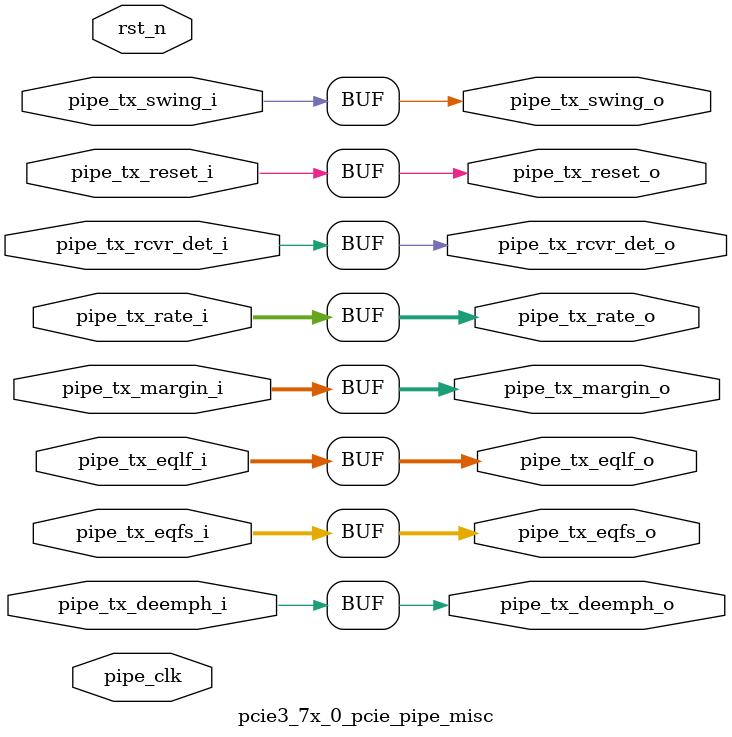
<source format=v>

`timescale 1ps/1ps

module pcie3_7x_0_pcie_pipe_misc #
(
  parameter        TCQ = 100,
  parameter        PIPE_PIPELINE_STAGES = 0    // 0 - 0 stages, 1 - 1 stage, 2 - 2 stages
) (

  input   wire        pipe_tx_rcvr_det_i      ,     // PIPE Tx Receiver Detect
  input   wire        pipe_tx_reset_i         ,     // PIPE Tx Reset
  input   wire [1:0]  pipe_tx_rate_i          ,     // PIPE Tx Rate
  input   wire        pipe_tx_deemph_i        ,     // PIPE Tx Deemphasis
  input   wire [2:0]  pipe_tx_margin_i        ,     // PIPE Tx Margin
  input   wire        pipe_tx_swing_i         ,     // PIPE Tx Swing
  input   wire [5:0]  pipe_tx_eqfs_i          ,     // PIPE Tx
  input   wire [5:0]  pipe_tx_eqlf_i          ,     // PIPE Tx
  output  wire        pipe_tx_rcvr_det_o      ,     // Pipelined PIPE Tx Receiver Detect
  output  wire        pipe_tx_reset_o         ,     // Pipelined PIPE Tx Reset
  output  wire [1:0]  pipe_tx_rate_o          ,     // Pipelined PIPE Tx Rate
  output  wire        pipe_tx_deemph_o        ,     // Pipelined PIPE Tx Deemphasis
  output  wire [2:0]  pipe_tx_margin_o        ,     // Pipelined PIPE Tx Margin
  output  wire        pipe_tx_swing_o         ,     // Pipelined PIPE Tx Swing
  output wire [5:0]  pipe_tx_eqfs_o           ,     // PIPE Tx
  output wire [5:0]  pipe_tx_eqlf_o           ,     // PIPE Tx

  input   wire        pipe_clk                ,     // PIPE Clock
  input   wire        rst_n                         // Reset
);

  //******************************************************************//
  // Reality check.                                                   //
  //******************************************************************//

  reg                pipe_tx_rcvr_det_q       ;
  reg                pipe_tx_reset_q          ;
  reg [1:0]          pipe_tx_rate_q           ;
  reg                pipe_tx_deemph_q         ;
  reg [2:0]          pipe_tx_margin_q         ;
  reg                pipe_tx_swing_q          ;
  reg                pipe_tx_eqfs_q          ;
  reg                pipe_tx_eqlf_q          ;

  reg                pipe_tx_rcvr_det_qq      ;
  reg                pipe_tx_reset_qq         ;
  reg [1:0]          pipe_tx_rate_qq          ;
  reg                pipe_tx_deemph_qq        ;
  reg [2:0]          pipe_tx_margin_qq        ;
  reg                pipe_tx_swing_qq         ;
  reg                pipe_tx_eqfs_qq          ;
  reg                pipe_tx_eqlf_qq          ;


  generate

  if (PIPE_PIPELINE_STAGES == 0) begin : pipe_stages_0

      assign pipe_tx_rcvr_det_o = pipe_tx_rcvr_det_i;
      assign pipe_tx_reset_o    = pipe_tx_reset_i;
      assign pipe_tx_rate_o     = pipe_tx_rate_i;
      assign pipe_tx_deemph_o   = pipe_tx_deemph_i;
      assign pipe_tx_margin_o   = pipe_tx_margin_i;
      assign pipe_tx_swing_o    = pipe_tx_swing_i;
      assign pipe_tx_eqfs_o     = pipe_tx_eqfs_i;
      assign pipe_tx_eqlf_o     = pipe_tx_eqlf_i;

  end // if (PIPE_PIPELINE_STAGES == 0)
  else if (PIPE_PIPELINE_STAGES == 1) begin : pipe_stages_1

    always @(posedge pipe_clk) begin

      if (!rst_n)
      begin

        pipe_tx_rcvr_det_q <= #TCQ 1'b0;
        pipe_tx_reset_q    <= #TCQ 1'b1;
        pipe_tx_rate_q     <= #TCQ 2'b0;
        pipe_tx_deemph_q   <= #TCQ 1'b1;
        pipe_tx_margin_q   <= #TCQ 3'b0;
        pipe_tx_swing_q    <= #TCQ 1'b0;
        pipe_tx_eqfs_q     <= #TCQ 5'b0;
        pipe_tx_eqlf_q     <= #TCQ 5'b0;

      end
      else
      begin

        pipe_tx_rcvr_det_q <= #TCQ pipe_tx_rcvr_det_i;
        pipe_tx_reset_q    <= #TCQ pipe_tx_reset_i;
        pipe_tx_rate_q     <= #TCQ pipe_tx_rate_i;
        pipe_tx_deemph_q   <= #TCQ pipe_tx_deemph_i;
        pipe_tx_margin_q   <= #TCQ pipe_tx_margin_i;
        pipe_tx_swing_q    <= #TCQ pipe_tx_swing_i;
        pipe_tx_eqfs_q     <= #TCQ pipe_tx_eqfs_i;
        pipe_tx_eqlf_q     <= #TCQ pipe_tx_eqlf_i;

      end

    end

    assign pipe_tx_rcvr_det_o = pipe_tx_rcvr_det_q;
    assign pipe_tx_reset_o    = pipe_tx_reset_q;
    assign pipe_tx_rate_o     = pipe_tx_rate_q;
    assign pipe_tx_deemph_o   = pipe_tx_deemph_q;
    assign pipe_tx_margin_o   = pipe_tx_margin_q;
    assign pipe_tx_swing_o    = pipe_tx_swing_q;
    assign pipe_tx_eqfs_o     = pipe_tx_eqfs_q;
    assign pipe_tx_eqlf_o     = pipe_tx_eqlf_q;

  end // if (PIPE_PIPELINE_STAGES == 1)
  else if (PIPE_PIPELINE_STAGES == 2) begin : pipe_stages_2

    always @(posedge pipe_clk) begin

      if (!rst_n)
      begin

        pipe_tx_rcvr_det_q  <= #TCQ 1'b0;
        pipe_tx_reset_q     <= #TCQ 1'b1;
        pipe_tx_rate_q      <= #TCQ 2'b0;
        pipe_tx_deemph_q    <= #TCQ 1'b1;
        pipe_tx_margin_q    <= #TCQ 1'b0;
        pipe_tx_swing_q     <= #TCQ 1'b0;
        pipe_tx_eqfs_q      <= #TCQ 5'b0;
        pipe_tx_eqlf_q      <= #TCQ 5'b0;

        pipe_tx_rcvr_det_qq <= #TCQ 1'b0;
        pipe_tx_reset_qq    <= #TCQ 1'b1;
        pipe_tx_rate_qq     <= #TCQ 2'b0;
        pipe_tx_deemph_qq   <= #TCQ 1'b1;
        pipe_tx_margin_qq   <= #TCQ 1'b0;
        pipe_tx_swing_qq    <= #TCQ 1'b0;
        pipe_tx_eqfs_qq     <= #TCQ 5'b0;
        pipe_tx_eqlf_qq     <= #TCQ 5'b0;

      end
      else
      begin

        pipe_tx_rcvr_det_q  <= #TCQ pipe_tx_rcvr_det_i;
        pipe_tx_reset_q     <= #TCQ pipe_tx_reset_i;
        pipe_tx_rate_q      <= #TCQ pipe_tx_rate_i;
        pipe_tx_deemph_q    <= #TCQ pipe_tx_deemph_i;
        pipe_tx_margin_q    <= #TCQ pipe_tx_margin_i;
        pipe_tx_swing_q     <= #TCQ pipe_tx_swing_i;
        pipe_tx_eqfs_q      <= #TCQ pipe_tx_eqfs_i;
        pipe_tx_eqlf_q      <= #TCQ pipe_tx_eqlf_i;

        pipe_tx_rcvr_det_qq <= #TCQ pipe_tx_rcvr_det_q;
        pipe_tx_reset_qq    <= #TCQ pipe_tx_reset_q;
        pipe_tx_rate_qq     <= #TCQ pipe_tx_rate_q;
        pipe_tx_deemph_qq   <= #TCQ pipe_tx_deemph_q;
        pipe_tx_margin_qq   <= #TCQ pipe_tx_margin_q;
        pipe_tx_swing_qq    <= #TCQ pipe_tx_swing_q;
        pipe_tx_eqfs_qq     <= #TCQ pipe_tx_eqfs_q;
        pipe_tx_eqlf_qq     <= #TCQ pipe_tx_eqlf_q;

      end

    end

    assign pipe_tx_rcvr_det_o = pipe_tx_rcvr_det_qq;
    assign pipe_tx_reset_o    = pipe_tx_reset_qq;
    assign pipe_tx_rate_o     = pipe_tx_rate_qq;
    assign pipe_tx_deemph_o   = pipe_tx_deemph_qq;
    assign pipe_tx_margin_o   = pipe_tx_margin_qq;
    assign pipe_tx_swing_o    = pipe_tx_swing_qq;
    assign pipe_tx_eqfs_o     = pipe_tx_eqfs_qq;
    assign pipe_tx_eqlf_o     = pipe_tx_eqlf_qq;

  end // if (PIPE_PIPELINE_STAGES == 2)

  // Default to zero pipeline stages if PIPE_PIPELINE_STAGES != 0,1,2
  else begin
    assign pipe_tx_rcvr_det_o = pipe_tx_rcvr_det_i;
    assign pipe_tx_reset_o    = pipe_tx_reset_i;
    assign pipe_tx_rate_o     = pipe_tx_rate_i;
    assign pipe_tx_deemph_o   = pipe_tx_deemph_i;
    assign pipe_tx_margin_o   = pipe_tx_margin_i;
    assign pipe_tx_swing_o    = pipe_tx_swing_i;
    assign pipe_tx_eqfs_o     = pipe_tx_eqfs_i;
    assign pipe_tx_eqlf_o     = pipe_tx_eqlf_i;
  end
  endgenerate

endmodule


</source>
